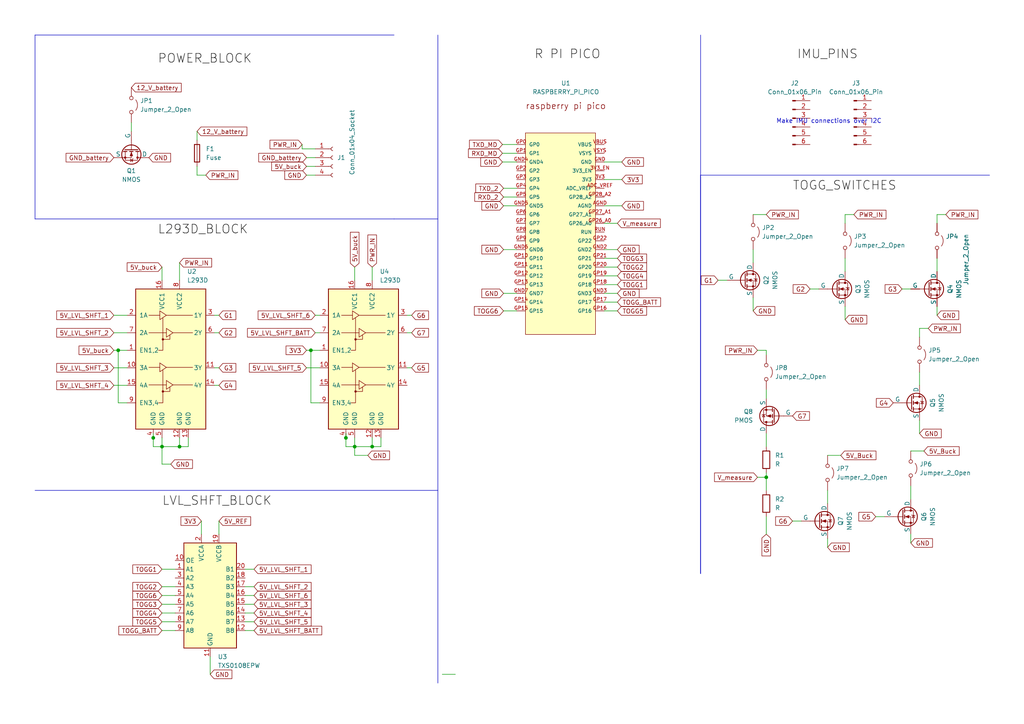
<source format=kicad_sch>
(kicad_sch (version 20231120) (generator "eeschema") (generator_version "8.0")
  (paper "A4")
  (lib_symbols
    (symbol "Connector:Conn_01x04_Socket" (pin_names (offset 1.016) hide)
      (property "Reference" "J" (at 0 5.08 0))
      (property "Value" "Conn_01x04_Socket" (at 0 -7.62 0))
      (symbol "Conn_01x04_Socket_1_1"
        (arc (start 0 -4.572) (mid -0.5058 -5.08) (end 0 -5.588) (stroke (width 0.1524)))
        (arc (start 0 -2.032) (mid -0.5058 -2.54) (end 0 -3.048) (stroke (width 0.1524)))
        (polyline (pts (xy -1.27 -5.08) (xy -0.508 -5.08)) (stroke (width 0.1524)))
        (polyline (pts (xy -1.27 -2.54) (xy -0.508 -2.54)) (stroke (width 0.1524)))
        (polyline (pts (xy -1.27 0) (xy -0.508 0)) (stroke (width 0.1524)))
        (polyline (pts (xy -1.27 2.54) (xy -0.508 2.54)) (stroke (width 0.1524)))
        (arc (start 0 0.508) (mid -0.5058 0) (end 0 -0.508) (stroke (width 0.1524)))
        (arc (start 0 3.048) (mid -0.5058 2.54) (end 0 2.032) (stroke (width 0.1524)))
        (pin passive line (at -5.08 2.54 0) (length 3.81) (name "Pin_1") (number "1"))
        (pin passive line (at -5.08 0 0) (length 3.81) (name "Pin_2") (number "2"))
        (pin passive line (at -5.08 -2.54 0) (length 3.81) (name "Pin_3") (number "3"))
        (pin passive line (at -5.08 -5.08 0) (length 3.81) (name "Pin_4") (number "4"))
      )
    )
    (symbol "Connector:Conn_01x06_Pin" (pin_names (offset 1.016) hide)
      (property "Reference" "J" (at 0 7.62 0))
      (property "Value" "Conn_01x06_Pin" (at 0 -10.16 0))
      (symbol "Conn_01x06_Pin_1_1"
        (polyline (pts (xy 1.27 -7.62) (xy 0.8636 -7.62)) (stroke (width 0.1524)))
        (polyline (pts (xy 1.27 -5.08) (xy 0.8636 -5.08)) (stroke (width 0.1524)))
        (polyline (pts (xy 1.27 -2.54) (xy 0.8636 -2.54)) (stroke (width 0.1524)))
        (polyline (pts (xy 1.27 0) (xy 0.8636 0)) (stroke (width 0.1524)))
        (polyline (pts (xy 1.27 2.54) (xy 0.8636 2.54)) (stroke (width 0.1524)))
        (polyline (pts (xy 1.27 5.08) (xy 0.8636 5.08)) (stroke (width 0.1524)))
        (rectangle (start 0.8636 -7.493) (end 0 -7.747) (stroke (width 0.1524)) (fill (type outline)))
        (rectangle (start 0.8636 -4.953) (end 0 -5.207) (stroke (width 0.1524)) (fill (type outline)))
        (rectangle (start 0.8636 -2.413) (end 0 -2.667) (stroke (width 0.1524)) (fill (type outline)))
        (rectangle (start 0.8636 0.127) (end 0 -0.127) (stroke (width 0.1524)) (fill (type outline)))
        (rectangle (start 0.8636 2.667) (end 0 2.413) (stroke (width 0.1524)) (fill (type outline)))
        (rectangle (start 0.8636 5.207) (end 0 4.953) (stroke (width 0.1524)) (fill (type outline)))
        (pin passive line (at 5.08 5.08 180) (length 3.81) (name "Pin_1") (number "1"))
        (pin passive line (at 5.08 2.54 180) (length 3.81) (name "Pin_2") (number "2"))
        (pin passive line (at 5.08 0 180) (length 3.81) (name "Pin_3") (number "3"))
        (pin passive line (at 5.08 -2.54 180) (length 3.81) (name "Pin_4") (number "4"))
        (pin passive line (at 5.08 -5.08 180) (length 3.81) (name "Pin_5") (number "5"))
        (pin passive line (at 5.08 -7.62 180) (length 3.81) (name "Pin_6") (number "6"))
      )
    )
    (symbol "Device:Fuse" (pin_numbers hide) (pin_names (offset 0))
      (property "Reference" "F" (at 2.032 0 90))
      (property "Value" "Fuse" (at -1.905 0 90))
      (symbol "Fuse_0_1"
        (rectangle (start -0.762 -2.54) (end 0.762 2.54) (stroke (width 0.254)))
        (polyline (pts (xy 0 2.54) (xy 0 -2.54)))
      )
      (symbol "Fuse_1_1"
        (pin passive line (at 0 3.81 270) (length 1.27) (name "~") (number "1"))
        (pin passive line (at 0 -3.81 90) (length 1.27) (name "~") (number "2"))
      )
    )
    (symbol "Device:R" (pin_numbers hide) (pin_names (offset 0))
      (property "Reference" "R" (at 2.032 0 90))
      (property "Value" "R" (at 0 0 90))
      (symbol "R_0_1"
        (rectangle (start -1.016 -2.54) (end 1.016 2.54) (stroke (width 0.254)))
      )
      (symbol "R_1_1"
        (pin passive line (at 0 3.81 270) (length 1.27) (name "~") (number "1"))
        (pin passive line (at 0 -3.81 90) (length 1.27) (name "~") (number "2"))
      )
    )
    (symbol "Driver_Motor:L293D" (pin_names (offset 1.016))
      (property "Reference" "U" (at -5.08 26.035 0))
      (property "Value" "L293D" (at -5.08 24.13 0))
      (symbol "L293D_0_1"
        (rectangle (start -10.16 22.86) (end 10.16 -17.78) (stroke (width 0.254)) (fill (type background)))
        (circle (center -2.286 -6.858) (radius 0.254) (fill (type outline)))
        (circle (center -2.286 8.255) (radius 0.254) (fill (type outline)))
        (polyline (pts (xy -6.35 -4.953) (xy -1.27 -4.953)))
        (polyline (pts (xy -6.35 0.127) (xy -3.175 0.127)))
        (polyline (pts (xy -6.35 10.16) (xy -1.27 10.16)))
        (polyline (pts (xy -6.35 15.24) (xy -3.175 15.24)))
        (polyline (pts (xy -1.27 0.127) (xy 6.35 0.127)))
        (polyline (pts (xy -1.27 15.24) (xy 6.35 15.24)))
        (polyline (pts (xy 0.635 -4.953) (xy 6.35 -4.953)))
        (polyline (pts (xy 0.635 10.16) (xy 6.35 10.16)))
        (polyline (pts (xy -2.286 -6.858) (xy -0.254 -6.858) (xy -0.254 -5.588)))
        (polyline (pts (xy -2.286 -0.635) (xy -2.286 -10.16) (xy -3.556 -10.16)))
        (polyline (pts (xy -2.286 8.255) (xy -0.254 8.255) (xy -0.254 9.525)))
        (polyline (pts (xy -2.286 14.478) (xy -2.286 5.08) (xy -3.556 5.08)))
        (polyline (pts (xy -3.175 1.397) (xy -3.175 -1.143) (xy -1.27 0.127) (xy -3.175 1.397)))
        (polyline (pts (xy -3.175 16.51) (xy -3.175 13.97) (xy -1.27 15.24) (xy -3.175 16.51)))
        (polyline (pts (xy -1.27 -3.683) (xy -1.27 -6.223) (xy 0.635 -4.953) (xy -1.27 -3.683)))
        (polyline (pts (xy -1.27 11.43) (xy -1.27 8.89) (xy 0.635 10.16) (xy -1.27 11.43)))
      )
      (symbol "L293D_1_1"
        (pin input line (at -12.7 5.08 0) (length 2.54) (name "EN1,2") (number "1"))
        (pin input line (at -12.7 0 0) (length 2.54) (name "3A") (number "10"))
        (pin output line (at 12.7 0 180) (length 2.54) (name "3Y") (number "11"))
        (pin power_in line (at 2.54 -20.32 90) (length 2.54) (name "GND") (number "12"))
        (pin power_in line (at 5.08 -20.32 90) (length 2.54) (name "GND") (number "13"))
        (pin output line (at 12.7 -5.08 180) (length 2.54) (name "4Y") (number "14"))
        (pin input line (at -12.7 -5.08 0) (length 2.54) (name "4A") (number "15"))
        (pin power_in line (at -2.54 25.4 270) (length 2.54) (name "VCC1") (number "16"))
        (pin input line (at -12.7 15.24 0) (length 2.54) (name "1A") (number "2"))
        (pin output line (at 12.7 15.24 180) (length 2.54) (name "1Y") (number "3"))
        (pin power_in line (at -5.08 -20.32 90) (length 2.54) (name "GND") (number "4"))
        (pin power_in line (at -2.54 -20.32 90) (length 2.54) (name "GND") (number "5"))
        (pin output line (at 12.7 10.16 180) (length 2.54) (name "2Y") (number "6"))
        (pin input line (at -12.7 10.16 0) (length 2.54) (name "2A") (number "7"))
        (pin power_in line (at 2.54 25.4 270) (length 2.54) (name "VCC2") (number "8"))
        (pin input line (at -12.7 -10.16 0) (length 2.54) (name "EN3,4") (number "9"))
      )
    )
    (symbol "Jumper:Jumper_2_Open" (pin_numbers hide) (pin_names (offset 0) hide) (exclude_from_sim yes)
      (property "Reference" "JP" (at 0 2.794 0))
      (property "Value" "Jumper_2_Open" (at 0 -2.286 0))
      (symbol "Jumper_2_Open_0_0"
        (circle (center -2.032 0) (radius 0.508))
        (circle (center 2.032 0) (radius 0.508))
      )
      (symbol "Jumper_2_Open_0_1"
        (arc (start 1.524 1.27) (mid 0 1.778) (end -1.524 1.27))
      )
      (symbol "Jumper_2_Open_1_1"
        (pin passive line (at -5.08 0 0) (length 2.54) (name "A") (number "1"))
        (pin passive line (at 5.08 0 180) (length 2.54) (name "B") (number "2"))
      )
    )
    (symbol "Logic_LevelTranslator:TXS0108EPW"
      (property "Reference" "U" (at -6.35 16.51 0))
      (property "Value" "TXS0108EPW" (at 3.81 16.51 0))
      (symbol "TXS0108EPW_0_1"
        (rectangle (start -7.62 15.24) (end 7.62 -15.24) (stroke (width 0.254)) (fill (type background)))
      )
      (symbol "TXS0108EPW_1_1"
        (pin bidirectional line (at -10.16 7.62 0) (length 2.54) (name "A1") (number "1"))
        (pin input line (at -10.16 10.16 0) (length 2.54) (name "OE") (number "10"))
        (pin power_in line (at 0 -17.78 90) (length 2.54) (name "GND") (number "11"))
        (pin bidirectional line (at 10.16 -10.16 180) (length 2.54) (name "B8") (number "12"))
        (pin bidirectional line (at 10.16 -7.62 180) (length 2.54) (name "B7") (number "13"))
        (pin bidirectional line (at 10.16 -5.08 180) (length 2.54) (name "B6") (number "14"))
        (pin bidirectional line (at 10.16 -2.54 180) (length 2.54) (name "B5") (number "15"))
        (pin bidirectional line (at 10.16 0 180) (length 2.54) (name "B4") (number "16"))
        (pin bidirectional line (at 10.16 2.54 180) (length 2.54) (name "B3") (number "17"))
        (pin bidirectional line (at 10.16 5.08 180) (length 2.54) (name "B2") (number "18"))
        (pin power_in line (at 2.54 17.78 270) (length 2.54) (name "VCCB") (number "19"))
        (pin power_in line (at -2.54 17.78 270) (length 2.54) (name "VCCA") (number "2"))
        (pin bidirectional line (at 10.16 7.62 180) (length 2.54) (name "B1") (number "20"))
        (pin bidirectional line (at -10.16 5.08 0) (length 2.54) (name "A2") (number "3"))
        (pin bidirectional line (at -10.16 2.54 0) (length 2.54) (name "A3") (number "4"))
        (pin bidirectional line (at -10.16 0 0) (length 2.54) (name "A4") (number "5"))
        (pin bidirectional line (at -10.16 -2.54 0) (length 2.54) (name "A5") (number "6"))
        (pin bidirectional line (at -10.16 -5.08 0) (length 2.54) (name "A6") (number "7"))
        (pin bidirectional line (at -10.16 -7.62 0) (length 2.54) (name "A7") (number "8"))
        (pin bidirectional line (at -10.16 -10.16 0) (length 2.54) (name "A8") (number "9"))
      )
    )
    (symbol "RASPBERRY_PI_PICO:RASPBERRY_PI_PICO" (pin_names (offset 1.016))
      (property "Reference" "U" (at 0 0 0))
      (property "Value" "RASPBERRY_PI_PICO" (at 0 0 0))
      (symbol "RASPBERRY_PI_PICO_0_0"
        (rectangle (start -7.62 -34.7604) (end 12.7 23.6596) (stroke (width 0.1524)) (fill (type background)))
        (text "raspberry pi pico" (at -7.62 30.48 0) (effects (font (size 1.778 1.778)) (justify left bottom)))
        (pin bidirectional line (at 15.24 10.16 180) (length 2.54) (name "3V3") (number "3V3"))
        (pin bidirectional line (at 15.24 12.7 180) (length 2.54) (name "3V3_EN") (number "3V3_EN"))
        (pin bidirectional line (at 15.24 7.62 180) (length 2.54) (name "ADC_VREF") (number "ADC_VREF"))
        (pin bidirectional line (at 15.24 2.54 180) (length 2.54) (name "AGND") (number "AGND"))
        (pin bidirectional line (at 15.24 15.24 180) (length 2.54) (name "GND") (number "GND"))
        (pin bidirectional line (at 15.24 -10.16 180) (length 2.54) (name "GND2") (number "GND2"))
        (pin bidirectional line (at 15.24 -22.86 180) (length 2.54) (name "GND3") (number "GND3"))
        (pin bidirectional line (at -10.16 15.24 0) (length 2.54) (name "GND4") (number "GND4"))
        (pin bidirectional line (at -10.16 2.54 0) (length 2.54) (name "GND5") (number "GND5"))
        (pin bidirectional line (at -10.16 -10.16 0) (length 2.54) (name "GND6") (number "GND6"))
        (pin bidirectional line (at -10.16 -22.86 0) (length 2.54) (name "GND7") (number "GND7"))
        (pin bidirectional line (at -10.16 20.32 0) (length 2.54) (name "GP0") (number "GP0"))
        (pin bidirectional line (at -10.16 17.78 0) (length 2.54) (name "GP1") (number "GP1"))
        (pin bidirectional line (at -10.16 -12.7 0) (length 2.54) (name "GP10") (number "GP10"))
        (pin bidirectional line (at -10.16 -15.24 0) (length 2.54) (name "GP11") (number "GP11"))
        (pin bidirectional line (at -10.16 -17.78 0) (length 2.54) (name "GP12") (number "GP12"))
        (pin bidirectional line (at -10.16 -20.32 0) (length 2.54) (name "GP13") (number "GP13"))
        (pin bidirectional line (at -10.16 -25.4 0) (length 2.54) (name "GP14") (number "GP14"))
        (pin bidirectional line (at -10.16 -27.94 0) (length 2.54) (name "GP15") (number "GP15"))
        (pin bidirectional line (at 15.24 -27.94 180) (length 2.54) (name "GP16") (number "GP16"))
        (pin bidirectional line (at 15.24 -25.4 180) (length 2.54) (name "GP17") (number "GP17"))
        (pin bidirectional line (at 15.24 -20.32 180) (length 2.54) (name "GP18") (number "GP18"))
        (pin bidirectional line (at 15.24 -17.78 180) (length 2.54) (name "GP19") (number "GP19"))
        (pin bidirectional line (at -10.16 12.7 0) (length 2.54) (name "GP2") (number "GP2"))
        (pin bidirectional line (at 15.24 -15.24 180) (length 2.54) (name "GP20") (number "GP20"))
        (pin bidirectional line (at 15.24 -12.7 180) (length 2.54) (name "GP21") (number "GP21"))
        (pin bidirectional line (at 15.24 -7.62 180) (length 2.54) (name "GP22") (number "GP22"))
        (pin bidirectional line (at 15.24 -2.54 180) (length 2.54) (name "GP26_A0") (number "GP26_A0"))
        (pin bidirectional line (at 15.24 0 180) (length 2.54) (name "GP27_A1") (number "GP27_A1"))
        (pin bidirectional line (at 15.24 5.08 180) (length 2.54) (name "GP28_A2") (number "GP28_A2"))
        (pin bidirectional line (at -10.16 10.16 0) (length 2.54) (name "GP3") (number "GP3"))
        (pin bidirectional line (at -10.16 7.62 0) (length 2.54) (name "GP4") (number "GP4"))
        (pin bidirectional line (at -10.16 5.08 0) (length 2.54) (name "GP5") (number "GP5"))
        (pin bidirectional line (at -10.16 0 0) (length 2.54) (name "GP6") (number "GP6"))
        (pin bidirectional line (at -10.16 -2.54 0) (length 2.54) (name "GP7") (number "GP7"))
        (pin bidirectional line (at -10.16 -5.08 0) (length 2.54) (name "GP8") (number "GP8"))
        (pin bidirectional line (at -10.16 -7.62 0) (length 2.54) (name "GP9") (number "GP9"))
        (pin bidirectional line (at 15.24 -5.08 180) (length 2.54) (name "RUN") (number "RUN"))
        (pin bidirectional line (at 15.24 20.32 180) (length 2.54) (name "VBUS") (number "VBUS"))
        (pin bidirectional line (at 15.24 17.78 180) (length 2.54) (name "VSYS") (number "VSYS"))
      )
    )
    (symbol "Simulation_SPICE:NMOS" (pin_numbers hide) (pin_names (offset 0))
      (property "Reference" "Q" (at 5.08 1.27 0))
      (property "Value" "NMOS" (at 5.08 -1.27 0))
      (symbol "NMOS_0_1"
        (polyline (pts (xy 0.254 0) (xy -2.54 0)))
        (polyline (pts (xy 0.254 1.905) (xy 0.254 -1.905)) (stroke (width 0.254)))
        (polyline (pts (xy 0.762 -1.27) (xy 0.762 -2.286)) (stroke (width 0.254)))
        (polyline (pts (xy 0.762 0.508) (xy 0.762 -0.508)) (stroke (width 0.254)))
        (polyline (pts (xy 0.762 2.286) (xy 0.762 1.27)) (stroke (width 0.254)))
        (polyline (pts (xy 2.54 2.54) (xy 2.54 1.778)))
        (polyline (pts (xy 2.54 -2.54) (xy 2.54 0) (xy 0.762 0)))
        (polyline (pts (xy 0.762 -1.778) (xy 3.302 -1.778) (xy 3.302 1.778) (xy 0.762 1.778)))
        (polyline (pts (xy 1.016 0) (xy 2.032 0.381) (xy 2.032 -0.381) (xy 1.016 0)) (fill (type outline)))
        (polyline (pts (xy 2.794 0.508) (xy 2.921 0.381) (xy 3.683 0.381) (xy 3.81 0.254)))
        (polyline (pts (xy 3.302 0.381) (xy 2.921 -0.254) (xy 3.683 -0.254) (xy 3.302 0.381)))
        (circle (center 1.651 0) (radius 2.794) (stroke (width 0.254)))
        (circle (center 2.54 -1.778) (radius 0.254) (fill (type outline)))
        (circle (center 2.54 1.778) (radius 0.254) (fill (type outline)))
      )
      (symbol "NMOS_1_1"
        (pin passive line (at 2.54 5.08 270) (length 2.54) (name "D") (number "1"))
        (pin input line (at -5.08 0 0) (length 2.54) (name "G") (number "2"))
        (pin passive line (at 2.54 -5.08 90) (length 2.54) (name "S") (number "3"))
      )
    )
    (symbol "Simulation_SPICE:PMOS" (pin_numbers hide) (pin_names (offset 0))
      (property "Reference" "Q" (at 5.08 1.27 0))
      (property "Value" "PMOS" (at 5.08 -1.27 0))
      (symbol "PMOS_0_1"
        (polyline (pts (xy 0.254 0) (xy -2.54 0)))
        (polyline (pts (xy 0.254 1.905) (xy 0.254 -1.905)) (stroke (width 0.254)))
        (polyline (pts (xy 0.762 -1.27) (xy 0.762 -2.286)) (stroke (width 0.254)))
        (polyline (pts (xy 0.762 0.508) (xy 0.762 -0.508)) (stroke (width 0.254)))
        (polyline (pts (xy 0.762 2.286) (xy 0.762 1.27)) (stroke (width 0.254)))
        (polyline (pts (xy 2.54 2.54) (xy 2.54 1.778)))
        (polyline (pts (xy 2.54 -2.54) (xy 2.54 0) (xy 0.762 0)))
        (polyline (pts (xy 0.762 1.778) (xy 3.302 1.778) (xy 3.302 -1.778) (xy 0.762 -1.778)))
        (polyline (pts (xy 2.286 0) (xy 1.27 0.381) (xy 1.27 -0.381) (xy 2.286 0)) (fill (type outline)))
        (polyline (pts (xy 2.794 -0.508) (xy 2.921 -0.381) (xy 3.683 -0.381) (xy 3.81 -0.254)))
        (polyline (pts (xy 3.302 -0.381) (xy 2.921 0.254) (xy 3.683 0.254) (xy 3.302 -0.381)))
        (circle (center 1.651 0) (radius 2.794) (stroke (width 0.254)))
        (circle (center 2.54 -1.778) (radius 0.254) (fill (type outline)))
        (circle (center 2.54 1.778) (radius 0.254) (fill (type outline)))
      )
      (symbol "PMOS_1_1"
        (pin passive line (at 2.54 5.08 270) (length 2.54) (name "D") (number "1"))
        (pin input line (at -5.08 0 0) (length 2.54) (name "G") (number "2"))
        (pin passive line (at 2.54 -5.08 90) (length 2.54) (name "S") (number "3"))
      )
    )
  )
  (junction (at 102.87 129.54))
  (junction (at 46.99 129.54))
  (junction (at 100.33 127))
  (junction (at 107.95 129.54))
  (junction (at 34.29 101.6))
  (junction (at 44.45 127))
  (junction (at 52.07 129.54))
  (junction (at 90.17 101.6))
  (junction (at 222.25 138.43))
  (wire (pts (xy 219.71 101.6) (xy 222.25 101.6)))
  (wire (pts (xy 222.25 101.6) (xy 222.25 102.87)))
  (wire (pts (xy 245.11 62.23) (xy 245.11 64.77)))
  (wire (pts (xy 102.87 77.47) (xy 102.87 81.28)))
  (wire (pts (xy 62.23 96.52) (xy 63.5 96.52)))
  (wire (pts (xy 57.15 50.8) (xy 59.69 50.8)))
  (wire (pts (xy 34.29 101.6) (xy 36.83 101.6)))
  (wire (pts (xy 44.45 125.73) (xy 44.45 127)))
  (wire (pts (xy 33.02 91.44) (xy 36.83 91.44)))
  (wire (pts (xy 88.9 106.68) (xy 92.71 106.68)))
  (polyline (pts (xy 127 10.16) (xy 127 198.12)))
  (wire (pts (xy 266.7 107.95) (xy 266.7 111.76)))
  (wire (pts (xy 107.95 127) (xy 107.95 129.54)))
  (wire (pts (xy 175.26 74.93) (xy 179.07 74.93)))
  (wire (pts (xy 54.61 129.54) (xy 52.07 129.54)))
  (wire (pts (xy 102.87 132.08) (xy 102.87 129.54)))
  (wire (pts (xy 175.26 46.99) (xy 180.34 46.99)))
  (wire (pts (xy 271.78 74.93) (xy 271.78 78.74)))
  (wire (pts (xy 128.27 195.58) (xy 132.08 195.58)))
  (wire (pts (xy 62.23 91.44) (xy 63.5 91.44)))
  (wire (pts (xy 175.26 77.47) (xy 179.07 77.47)))
  (wire (pts (xy 46.99 129.54) (xy 46.99 134.62)))
  (wire (pts (xy 58.42 151.13) (xy 58.42 154.94)))
  (wire (pts (xy 36.83 116.84) (xy 34.29 116.84)))
  (wire (pts (xy 92.71 116.84) (xy 90.17 116.84)))
  (wire (pts (xy 266.7 95.25) (xy 269.24 95.25)))
  (polyline (pts (xy 203.2 50.8) (xy 203.2 166.37)))
  (wire (pts (xy 146.05 57.15) (xy 149.86 57.15)))
  (wire (pts (xy 240.03 132.08) (xy 243.84 132.08)))
  (wire (pts (xy 145.7325 44.45) (xy 149.86 44.45)))
  (wire (pts (xy 52.07 127) (xy 52.07 129.54)))
  (wire (pts (xy 264.16 140.97) (xy 264.16 144.78)))
  (wire (pts (xy 271.78 88.9) (xy 271.78 91.44)))
  (polyline (pts (xy 10.16 63.5) (xy 10.16 10.16)))
  (wire (pts (xy 63.5 151.13) (xy 63.5 154.94)))
  (wire (pts (xy 52.07 76.2) (xy 52.07 81.28)))
  (wire (pts (xy 88.9 101.6) (xy 90.17 101.6)))
  (wire (pts (xy 46.99 175.26) (xy 50.8 175.26)))
  (wire (pts (xy 100.33 129.54) (xy 102.87 129.54)))
  (wire (pts (xy 222.25 113.03) (xy 222.25 115.57)))
  (wire (pts (xy 62.23 111.76) (xy 63.5 111.76)))
  (wire (pts (xy 218.44 62.23) (xy 222.25 62.23)))
  (wire (pts (xy 50.8 177.8) (xy 46.99 177.8)))
  (wire (pts (xy 175.26 85.09) (xy 179.07 85.09)))
  (wire (pts (xy 87.63 41.91) (xy 87.63 43.18)))
  (wire (pts (xy 57.15 38.1) (xy 57.15 40.64)))
  (wire (pts (xy 100.33 127) (xy 100.33 129.54)))
  (wire (pts (xy 46.99 77.47) (xy 46.99 81.28)))
  (wire (pts (xy 91.44 48.26) (xy 88.9 48.26)))
  (wire (pts (xy 107.95 77.47) (xy 107.95 81.28)))
  (wire (pts (xy 62.23 106.68) (xy 63.5 106.68)))
  (wire (pts (xy 33.02 106.68) (xy 36.83 106.68)))
  (wire (pts (xy 34.29 116.84) (xy 34.29 101.6)))
  (polyline (pts (xy 203.2 10.16) (xy 203.2 166.37)))
  (wire (pts (xy 44.45 129.54) (xy 46.99 129.54)))
  (wire (pts (xy 118.11 96.52) (xy 119.38 96.52)))
  (polyline (pts (xy 10.16 10.16) (xy 114.3 10.16)))
  (wire (pts (xy 46.99 134.62) (xy 49.53 134.62)))
  (wire (pts (xy 146.05 85.09) (xy 149.86 85.09)))
  (wire (pts (xy 71.12 175.26) (xy 73.66 175.26)))
  (wire (pts (xy 218.44 86.36) (xy 218.44 90.17)))
  (wire (pts (xy 100.33 125.73) (xy 100.33 127)))
  (wire (pts (xy 90.17 101.6) (xy 92.71 101.6)))
  (wire (pts (xy 88.9 45.72) (xy 91.44 45.72)))
  (wire (pts (xy 90.17 101.6) (xy 90.17 116.84)))
  (wire (pts (xy 175.26 64.77) (xy 179.07 64.77)))
  (wire (pts (xy 222.25 138.43) (xy 222.25 142.24)))
  (wire (pts (xy 218.44 72.39) (xy 218.44 76.2)))
  (wire (pts (xy 110.49 129.54) (xy 107.95 129.54)))
  (wire (pts (xy 146.05 72.39) (xy 149.86 72.39)))
  (wire (pts (xy 91.44 96.52) (xy 92.71 96.52)))
  (wire (pts (xy 146.05 59.69) (xy 149.86 59.69)))
  (wire (pts (xy 91.44 91.44) (xy 92.71 91.44)))
  (wire (pts (xy 110.49 127) (xy 110.49 129.54)))
  (wire (pts (xy 175.26 87.63) (xy 179.07 87.63)))
  (wire (pts (xy 261.62 83.82) (xy 264.16 83.82)))
  (wire (pts (xy 71.12 180.34) (xy 73.66 180.34)))
  (wire (pts (xy 219.71 138.43) (xy 222.25 138.43)))
  (wire (pts (xy 264.16 154.94) (xy 264.16 157.48)))
  (wire (pts (xy 245.11 62.23) (xy 247.65 62.23)))
  (wire (pts (xy 118.11 91.44) (xy 119.38 91.44)))
  (wire (pts (xy 240.03 156.21) (xy 240.03 158.75)))
  (wire (pts (xy 175.26 80.01) (xy 179.07 80.01)))
  (wire (pts (xy 71.12 170.18) (xy 73.66 170.18)))
  (wire (pts (xy 71.12 165.1) (xy 73.66 165.1)))
  (wire (pts (xy 175.26 90.17) (xy 179.07 90.17)))
  (wire (pts (xy 38.1 35.56) (xy 38.1 38.1)))
  (wire (pts (xy 46.99 182.88) (xy 50.8 182.88)))
  (wire (pts (xy 234.95 83.82) (xy 237.49 83.82)))
  (wire (pts (xy 264.16 130.81) (xy 267.97 130.81)))
  (polyline (pts (xy 10.16 142.24) (xy 127 142.24)))
  (wire (pts (xy 145.7325 41.91) (xy 149.86 41.91)))
  (wire (pts (xy 71.12 177.8) (xy 73.66 177.8)))
  (wire (pts (xy 46.99 165.1) (xy 50.8 165.1)))
  (wire (pts (xy 46.99 170.18) (xy 50.8 170.18)))
  (wire (pts (xy 222.25 125.73) (xy 222.25 129.54)))
  (wire (pts (xy 33.02 101.6) (xy 34.29 101.6)))
  (wire (pts (xy 106.68 132.08) (xy 102.87 132.08)))
  (wire (pts (xy 229.87 151.13) (xy 232.41 151.13)))
  (wire (pts (xy 245.11 74.93) (xy 245.11 78.74)))
  (wire (pts (xy 57.15 48.26) (xy 57.15 50.8)))
  (wire (pts (xy 222.25 149.86) (xy 222.25 154.94)))
  (wire (pts (xy 46.99 127) (xy 46.99 129.54)))
  (wire (pts (xy 266.7 121.92) (xy 266.7 125.73)))
  (wire (pts (xy 52.07 129.54) (xy 46.99 129.54)))
  (wire (pts (xy 54.61 127) (xy 54.61 129.54)))
  (wire (pts (xy 50.8 172.72) (xy 46.99 172.72)))
  (wire (pts (xy 271.78 62.23) (xy 271.78 64.77)))
  (wire (pts (xy 60.96 190.5) (xy 60.96 195.58)))
  (wire (pts (xy 145.7325 46.99) (xy 149.86 46.99)))
  (wire (pts (xy 175.26 52.07) (xy 180.34 52.07)))
  (wire (pts (xy 254 149.86) (xy 256.54 149.86)))
  (wire (pts (xy 175.26 72.39) (xy 179.07 72.39)))
  (wire (pts (xy 208.28 81.28) (xy 210.82 81.28)))
  (wire (pts (xy 102.87 127) (xy 102.87 129.54)))
  (wire (pts (xy 245.11 88.9) (xy 245.11 92.71)))
  (wire (pts (xy 87.63 43.18) (xy 91.44 43.18)))
  (wire (pts (xy 107.95 129.54) (xy 102.87 129.54)))
  (wire (pts (xy 71.12 182.88) (xy 73.66 182.88)))
  (wire (pts (xy 71.12 172.72) (xy 73.66 172.72)))
  (wire (pts (xy 33.02 111.76) (xy 36.83 111.76)))
  (wire (pts (xy 33.02 96.52) (xy 36.83 96.52)))
  (polyline (pts (xy 114.3 63.5) (xy 127 63.5)))
  (wire (pts (xy 271.78 62.23) (xy 274.32 62.23)))
  (wire (pts (xy 240.03 142.24) (xy 240.03 146.05)))
  (wire (pts (xy 44.45 127) (xy 44.45 129.54)))
  (wire (pts (xy 46.99 180.34) (xy 50.8 180.34)))
  (wire (pts (xy 118.11 106.68) (xy 119.38 106.68)))
  (polyline (pts (xy 203.2 50.8) (xy 287.02 50.8)))
  (wire (pts (xy 146.05 90.17) (xy 149.86 90.17)))
  (wire (pts (xy 91.44 50.8) (xy 88.9 50.8)))
  (polyline (pts (xy 114.3 63.5) (xy 10.16 63.5)))
  (wire (pts (xy 266.7 95.25) (xy 266.7 97.79)))
  (wire (pts (xy 146.05 54.61) (xy 149.86 54.61)))
  (wire (pts (xy 175.26 59.69) (xy 180.34 59.69)))
  (wire (pts (xy 175.26 82.55) (xy 179.07 82.55)))
  (wire (pts (xy 222.25 137.16) (xy 222.25 138.43)))
  (text "Make IMU connections over I2C" (at 240.4305 35.2314 0) (effects (font (size 1.27 1.27))))
  (label "R PI PICO" (at 154.94 17.78 0) (effects (font (size 2.54 2.54))))
  (label "LVL_SHFT_BLOCK" (at 46.99 147.32 0) (effects (font (size 2.54 2.54))))
  (label "L293D_BLOCK" (at 45.72 68.58 0) (effects (font (size 2.54 2.54))))
  (label "IMU_PINS" (at 231.14 17.78 0) (effects (font (size 2.54 2.54))))
  (label "TOGG_SWITCHES" (at 229.87 55.88 0) (effects (font (size 2.54 2.54))))
  (label "POWER_BLOCK" (at 45.72 19.05 0) (effects (font (size 2.54 2.54))))
  (global_label "G7" (shape input) (at 229.87 120.65 0) (property "Intersheetrefs" "${INTERSHEET_REFS}" (effects (hide yes))))
  (global_label "V_measure" (shape input) (at 219.71 138.43 180) (property "Intersheetrefs" "${INTERSHEET_REFS}" (effects (hide yes))))
  (global_label "G6" (shape input) (at 229.87 151.13 180) (property "Intersheetrefs" "${INTERSHEET_REFS}" (effects (hide yes))))
  (global_label "5V_buck" (shape input) (at 46.99 77.47 180) (property "Intersheetrefs" "${INTERSHEET_REFS}" (effects (hide yes))))
  (global_label "5V_LVL_SHFT_3" (shape input) (at 33.02 106.68 180) (property "Intersheetrefs" "${INTERSHEET_REFS}" (effects (hide yes))))
  (global_label "5V_LVL_SHFT_1" (shape input) (at 33.02 91.44 180) (property "Intersheetrefs" "${INTERSHEET_REFS}" (effects (hide yes))))
  (global_label "TOGG3" (shape input) (at 179.07 74.93 0) (property "Intersheetrefs" "${INTERSHEET_REFS}" (effects (hide yes))))
  (global_label "TXD_MD" (shape input) (at 145.7325 41.91 180) (property "Intersheetrefs" "${INTERSHEET_REFS}" (effects (hide yes))))
  (global_label "GND" (shape input) (at 218.44 90.17 0) (property "Intersheetrefs" "${INTERSHEET_REFS}" (effects (hide yes))))
  (global_label "GND" (shape input) (at 49.53 134.62 0) (property "Intersheetrefs" "${INTERSHEET_REFS}" (effects (hide yes))))
  (global_label "5V_buck" (shape input) (at 88.9 48.26 180) (property "Intersheetrefs" "${INTERSHEET_REFS}" (effects (hide yes))))
  (global_label "TOGG_BATT" (shape input) (at 46.99 182.88 180) (property "Intersheetrefs" "${INTERSHEET_REFS}" (effects (hide yes))))
  (global_label "TOGG4" (shape input) (at 179.07 80.01 0) (property "Intersheetrefs" "${INTERSHEET_REFS}" (effects (hide yes))))
  (global_label "TXD_2" (shape input) (at 146.05 54.61 180) (property "Intersheetrefs" "${INTERSHEET_REFS}" (effects (hide yes))))
  (global_label "5V_LVL_SHFT_3" (shape input) (at 73.66 175.26 0) (property "Intersheetrefs" "${INTERSHEET_REFS}" (effects (hide yes))))
  (global_label "GND" (shape input) (at 88.9 50.8 180) (property "Intersheetrefs" "${INTERSHEET_REFS}" (effects (hide yes))))
  (global_label "GND" (shape input) (at 146.05 85.09 180) (property "Intersheetrefs" "${INTERSHEET_REFS}" (effects (hide yes))))
  (global_label "GND_battery" (shape input) (at 88.9 45.72 180) (property "Intersheetrefs" "${INTERSHEET_REFS}" (effects (hide yes))))
  (global_label "5V_LVL_SHFT_5" (shape input) (at 88.9 106.68 180) (property "Intersheetrefs" "${INTERSHEET_REFS}" (effects (hide yes))))
  (global_label "GND" (shape input) (at 179.07 72.39 0) (property "Intersheetrefs" "${INTERSHEET_REFS}" (effects (hide yes))))
  (global_label "TOGG1" (shape input) (at 179.07 82.55 0) (property "Intersheetrefs" "${INTERSHEET_REFS}" (effects (hide yes))))
  (global_label "PWR_IN" (shape input) (at 247.65 62.23 0) (property "Intersheetrefs" "${INTERSHEET_REFS}" (effects (hide yes))))
  (global_label "5V_LVL_SHFT_5" (shape input) (at 73.66 180.34 0) (property "Intersheetrefs" "${INTERSHEET_REFS}" (effects (hide yes))))
  (global_label "TOGG6" (shape input) (at 46.99 172.72 180) (property "Intersheetrefs" "${INTERSHEET_REFS}" (effects (hide yes))))
  (global_label "V_measure" (shape input) (at 179.07 64.77 0) (property "Intersheetrefs" "${INTERSHEET_REFS}" (effects (hide yes))))
  (global_label "GND" (shape input) (at 240.03 158.75 0) (property "Intersheetrefs" "${INTERSHEET_REFS}" (effects (hide yes))))
  (global_label "G3" (shape input) (at 63.5 106.68 0) (property "Intersheetrefs" "${INTERSHEET_REFS}" (effects (hide yes))))
  (global_label "G5" (shape input) (at 254 149.86 180) (property "Intersheetrefs" "${INTERSHEET_REFS}" (effects (hide yes))))
  (global_label "GND" (shape input) (at 145.7325 46.99 180) (property "Intersheetrefs" "${INTERSHEET_REFS}" (effects (hide yes))))
  (global_label "TOGG2" (shape input) (at 46.99 170.18 180) (property "Intersheetrefs" "${INTERSHEET_REFS}" (effects (hide yes))))
  (global_label "PWR_IN" (shape input) (at 219.71 101.6 180) (property "Intersheetrefs" "${INTERSHEET_REFS}" (effects (hide yes))))
  (global_label "RXD_MD" (shape input) (at 145.7325 44.45 180) (property "Intersheetrefs" "${INTERSHEET_REFS}" (effects (hide yes))))
  (global_label "GND" (shape input) (at 180.34 46.99 0) (property "Intersheetrefs" "${INTERSHEET_REFS}" (effects (hide yes))))
  (global_label "5V_LVL_SHFT_6" (shape input) (at 73.66 172.72 0) (property "Intersheetrefs" "${INTERSHEET_REFS}" (effects (hide yes))))
  (global_label "5V_LVL_SHFT_1" (shape input) (at 73.66 165.1 0) (property "Intersheetrefs" "${INTERSHEET_REFS}" (effects (hide yes))))
  (global_label "5V_LVL_SHFT_2" (shape input) (at 73.66 170.18 0) (property "Intersheetrefs" "${INTERSHEET_REFS}" (effects (hide yes))))
  (global_label "G6" (shape input) (at 119.38 91.44 0) (property "Intersheetrefs" "${INTERSHEET_REFS}" (effects (hide yes))))
  (global_label "PWR_IN" (shape input) (at 107.95 77.47 90) (property "Intersheetrefs" "${INTERSHEET_REFS}" (effects (hide yes))))
  (global_label "G2" (shape input) (at 234.95 83.82 180) (property "Intersheetrefs" "${INTERSHEET_REFS}" (effects (hide yes))))
  (global_label "TOGG5" (shape input) (at 179.07 90.17 0) (property "Intersheetrefs" "${INTERSHEET_REFS}" (effects (hide yes))))
  (global_label "G3" (shape input) (at 261.62 83.82 180) (property "Intersheetrefs" "${INTERSHEET_REFS}" (effects (hide yes))))
  (global_label "TOGG_BATT" (shape input) (at 179.07 87.63 0) (property "Intersheetrefs" "${INTERSHEET_REFS}" (effects (hide yes))))
  (global_label "G5" (shape input) (at 119.38 106.68 0) (property "Intersheetrefs" "${INTERSHEET_REFS}" (effects (hide yes))))
  (global_label "3V3" (shape input) (at 58.42 151.13 180) (property "Intersheetrefs" "${INTERSHEET_REFS}" (effects (hide yes))))
  (global_label "5V_Buck" (shape input) (at 243.84 132.08 0) (property "Intersheetrefs" "${INTERSHEET_REFS}" (effects (hide yes))))
  (global_label "RXD_2" (shape input) (at 146.05 57.15 180) (property "Intersheetrefs" "${INTERSHEET_REFS}" (effects (hide yes))))
  (global_label "TOGG2" (shape input) (at 179.07 77.47 0) (property "Intersheetrefs" "${INTERSHEET_REFS}" (effects (hide yes))))
  (global_label "GND_battery" (shape input) (at 33.02 45.72 180) (property "Intersheetrefs" "${INTERSHEET_REFS}" (effects (hide yes))))
  (global_label "GND" (shape input) (at 271.78 91.44 0) (property "Intersheetrefs" "${INTERSHEET_REFS}" (effects (hide yes))))
  (global_label "3V3" (shape input) (at 180.34 52.07 0) (property "Intersheetrefs" "${INTERSHEET_REFS}" (effects (hide yes))))
  (global_label "G4" (shape input) (at 63.5 111.76 0) (property "Intersheetrefs" "${INTERSHEET_REFS}" (effects (hide yes))))
  (global_label "G2" (shape input) (at 63.5 96.52 0) (property "Intersheetrefs" "${INTERSHEET_REFS}" (effects (hide yes))))
  (global_label "5V_LVL_SHFT_BATT" (shape input) (at 91.44 96.52 180) (property "Intersheetrefs" "${INTERSHEET_REFS}" (effects (hide yes))))
  (global_label "5V_buck" (shape input) (at 102.87 77.47 90) (property "Intersheetrefs" "${INTERSHEET_REFS}" (effects (hide yes))))
  (global_label "GND" (shape input) (at 106.68 132.08 0) (property "Intersheetrefs" "${INTERSHEET_REFS}" (effects (hide yes))))
  (global_label "TOGG5" (shape input) (at 46.99 180.34 180) (property "Intersheetrefs" "${INTERSHEET_REFS}" (effects (hide yes))))
  (global_label "PWR_IN" (shape input) (at 222.25 62.23 0) (property "Intersheetrefs" "${INTERSHEET_REFS}" (effects (hide yes))))
  (global_label "TOGG3" (shape input) (at 46.99 175.26 180) (property "Intersheetrefs" "${INTERSHEET_REFS}" (effects (hide yes))))
  (global_label "G1" (shape input) (at 208.28 81.28 180) (property "Intersheetrefs" "${INTERSHEET_REFS}" (effects (hide yes))))
  (global_label "5V_LVL_SHFT_BATT" (shape input) (at 73.66 182.88 0) (property "Intersheetrefs" "${INTERSHEET_REFS}" (effects (hide yes))))
  (global_label "GND" (shape input) (at 43.18 45.72 0) (property "Intersheetrefs" "${INTERSHEET_REFS}" (effects (hide yes))))
  (global_label "PWR_IN" (shape input) (at 269.24 95.25 0) (property "Intersheetrefs" "${INTERSHEET_REFS}" (effects (hide yes))))
  (global_label "5V_LVL_SHFT_4" (shape input) (at 33.02 111.76 180) (property "Intersheetrefs" "${INTERSHEET_REFS}" (effects (hide yes))))
  (global_label "GND" (shape input) (at 146.05 72.39 180) (property "Intersheetrefs" "${INTERSHEET_REFS}" (effects (hide yes))))
  (global_label "GND" (shape input) (at 222.25 154.94 270) (property "Intersheetrefs" "${INTERSHEET_REFS}" (effects (hide yes))))
  (global_label "GND" (shape input) (at 146.05 59.69 180) (property "Intersheetrefs" "${INTERSHEET_REFS}" (effects (hide yes))))
  (global_label "PWR_IN" (shape input) (at 59.69 50.8 0) (property "Intersheetrefs" "${INTERSHEET_REFS}" (effects (hide yes))))
  (global_label "GND" (shape input) (at 266.7 125.73 0) (property "Intersheetrefs" "${INTERSHEET_REFS}" (effects (hide yes))))
  (global_label "TOGG4" (shape input) (at 46.99 177.8 180) (property "Intersheetrefs" "${INTERSHEET_REFS}" (effects (hide yes))))
  (global_label "GND" (shape input) (at 180.34 59.69 0) (property "Intersheetrefs" "${INTERSHEET_REFS}" (effects (hide yes))))
  (global_label "G7" (shape input) (at 119.38 96.52 0) (property "Intersheetrefs" "${INTERSHEET_REFS}" (effects (hide yes))))
  (global_label "GND" (shape input) (at 264.16 157.48 0) (property "Intersheetrefs" "${INTERSHEET_REFS}" (effects (hide yes))))
  (global_label "GND" (shape input) (at 245.11 92.71 0) (property "Intersheetrefs" "${INTERSHEET_REFS}" (effects (hide yes))))
  (global_label "5V_Buck" (shape input) (at 267.97 130.81 0) (property "Intersheetrefs" "${INTERSHEET_REFS}" (effects (hide yes))))
  (global_label "12_V_battery" (shape input) (at 57.15 38.1 0) (property "Intersheetrefs" "${INTERSHEET_REFS}" (effects (hide yes))))
  (global_label "5V_LVL_SHFT_2" (shape input) (at 33.02 96.52 180) (property "Intersheetrefs" "${INTERSHEET_REFS}" (effects (hide yes))))
  (global_label "3V3" (shape input) (at 88.9 101.6 180) (property "Intersheetrefs" "${INTERSHEET_REFS}" (effects (hide yes))))
  (global_label "PWR_IN" (shape input) (at 87.63 41.91 180) (property "Intersheetrefs" "${INTERSHEET_REFS}" (effects (hide yes))))
  (global_label "TOGG1" (shape input) (at 46.99 165.1 180) (property "Intersheetrefs" "${INTERSHEET_REFS}" (effects (hide yes))))
  (global_label "PWR_IN" (shape input) (at 52.07 76.2 0) (property "Intersheetrefs" "${INTERSHEET_REFS}" (effects (hide yes))))
  (global_label "5V_LVL_SHFT_6" (shape input) (at 91.44 91.44 180) (property "Intersheetrefs" "${INTERSHEET_REFS}" (effects (hide yes))))
  (global_label "G4" (shape input) (at 259.08 116.84 180) (property "Intersheetrefs" "${INTERSHEET_REFS}" (effects (hide yes))))
  (global_label "TOGG6" (shape input) (at 146.05 90.17 180) (property "Intersheetrefs" "${INTERSHEET_REFS}" (effects (hide yes))))
  (global_label "5V_REF" (shape input) (at 63.5 151.13 0) (property "Intersheetrefs" "${INTERSHEET_REFS}" (effects (hide yes))))
  (global_label "GND" (shape input) (at 60.96 195.58 0) (property "Intersheetrefs" "${INTERSHEET_REFS}" (effects (hide yes))))
  (global_label "5V_buck" (shape input) (at 33.02 101.6 180) (property "Intersheetrefs" "${INTERSHEET_REFS}" (effects (hide yes))))
  (global_label "GND" (shape input) (at 179.07 85.09 0) (property "Intersheetrefs" "${INTERSHEET_REFS}" (effects (hide yes))))
  (global_label "12_V_battery" (shape input) (at 38.1 25.4 0) (property "Intersheetrefs" "${INTERSHEET_REFS}" (effects (hide yes))))
  (global_label "PWR_IN" (shape input) (at 274.32 62.23 0) (property "Intersheetrefs" "${INTERSHEET_REFS}" (effects (hide yes))))
  (global_label "G1" (shape input) (at 63.5 91.44 0) (property "Intersheetrefs" "${INTERSHEET_REFS}" (effects (hide yes))))
  (global_label "5V_LVL_SHFT_4" (shape input) (at 73.66 177.8 0) (property "Intersheetrefs" "${INTERSHEET_REFS}" (effects (hide yes))))
  (symbol (lib_id "Jumper:Jumper_2_Open") (at 218.44 67.31 270) (unit 1) (exclude_from_sim yes)
    (property "Reference" "JP2" (at 220.98 66.0399 90) (effects (justify left)))
    (property "Value" "Jumper_2_Open" (at 220.98 68.5799 90) (effects (justify left)))
    (property "Description" "Jumper, 2-pole, open" (effects (hide yes)))
  )
  (symbol (lib_id "Simulation_SPICE:NMOS") (at 264.16 116.84 0) (unit 1)
    (property "Reference" "Q5" (at 270.51 116.84 90))
    (property "Value" "NMOS" (at 273.05 116.84 90))
    (property "Datasheet" "https://ngspice.sourceforge.io/docs/ngspice-html-manual/manual.xhtml#cha_MOSFETs" (effects (hide yes)))
    (property "Description" "N-MOSFET transistor, drain/source/gate" (effects (hide yes)))
    (property "Sim.Device" "NMOS" (effects (hide yes)))
    (property "Sim.Type" "VDMOS" (effects (hide yes)))
    (property "Sim.Pins" "1=D 2=G 3=S" (effects (hide yes)))
  )
  (symbol (lib_id "Device:R") (at 222.25 133.35 0) (unit 1)
    (property "Reference" "R1" (at 224.79 132.0799 0) (effects (justify left)))
    (property "Value" "R" (at 224.79 134.6199 0) (effects (justify left)))
    (property "Description" "Resistor" (effects (hide yes)))
  )
  (symbol (lib_id "Jumper:Jumper_2_Open") (at 240.03 137.16 270) (unit 1) (exclude_from_sim yes)
    (property "Reference" "JP7" (at 242.57 135.8899 90) (effects (justify left)))
    (property "Value" "Jumper_2_Open" (at 242.57 138.4299 90) (effects (justify left)))
    (property "Description" "Jumper, 2-pole, open" (effects (hide yes)))
  )
  (symbol (lib_id "Simulation_SPICE:PMOS") (at 224.79 120.65 180) (unit 1)
    (property "Reference" "Q8" (at 218.44 119.3799 0) (effects (justify left)))
    (property "Value" "PMOS" (at 218.44 121.9199 0) (effects (justify left)))
    (property "Datasheet" "https://ngspice.sourceforge.io/docs/ngspice-html-manual/manual.xhtml#cha_MOSFETs" (effects (hide yes)))
    (property "Description" "P-MOSFET transistor, drain/source/gate" (effects (hide yes)))
    (property "Sim.Device" "PMOS" (effects (hide yes)))
    (property "Sim.Type" "VDMOS" (effects (hide yes)))
    (property "Sim.Pins" "1=D 2=G 3=S" (effects (hide yes)))
  )
  (symbol (lib_id "Simulation_SPICE:NMOS") (at 269.24 83.82 0) (unit 1)
    (property "Reference" "Q4" (at 275.59 83.82 90))
    (property "Value" "NMOS" (at 278.13 83.82 90))
    (property "Datasheet" "https://ngspice.sourceforge.io/docs/ngspice-html-manual/manual.xhtml#cha_MOSFETs" (effects (hide yes)))
    (property "Description" "N-MOSFET transistor, drain/source/gate" (effects (hide yes)))
    (property "Sim.Device" "NMOS" (effects (hide yes)))
    (property "Sim.Type" "VDMOS" (effects (hide yes)))
    (property "Sim.Pins" "1=D 2=G 3=S" (effects (hide yes)))
  )
  (symbol (lib_id "Simulation_SPICE:NMOS") (at 237.49 151.13 0) (unit 1)
    (property "Reference" "Q7" (at 243.84 151.13 90))
    (property "Value" "NMOS" (at 246.38 151.13 90))
    (property "Datasheet" "https://ngspice.sourceforge.io/docs/ngspice-html-manual/manual.xhtml#cha_MOSFETs" (effects (hide yes)))
    (property "Description" "N-MOSFET transistor, drain/source/gate" (effects (hide yes)))
    (property "Sim.Device" "NMOS" (effects (hide yes)))
    (property "Sim.Type" "VDMOS" (effects (hide yes)))
    (property "Sim.Pins" "1=D 2=G 3=S" (effects (hide yes)))
  )
  (symbol (lib_id "Jumper:Jumper_2_Open") (at 266.7 102.87 270) (unit 1) (exclude_from_sim yes)
    (property "Reference" "JP5" (at 269.24 101.5999 90) (effects (justify left)))
    (property "Value" "Jumper_2_Open" (at 269.24 104.1399 90) (effects (justify left)))
    (property "Description" "Jumper, 2-pole, open" (effects (hide yes)))
  )
  (symbol (lib_id "Simulation_SPICE:NMOS") (at 215.9 81.28 0) (unit 1)
    (property "Reference" "Q2" (at 222.25 81.28 90))
    (property "Value" "NMOS" (at 224.79 81.28 90))
    (property "Datasheet" "https://ngspice.sourceforge.io/docs/ngspice-html-manual/manual.xhtml#cha_MOSFETs" (effects (hide yes)))
    (property "Description" "N-MOSFET transistor, drain/source/gate" (effects (hide yes)))
    (property "Sim.Device" "NMOS" (effects (hide yes)))
    (property "Sim.Type" "VDMOS" (effects (hide yes)))
    (property "Sim.Pins" "1=D 2=G 3=S" (effects (hide yes)))
  )
  (symbol (lib_id "Driver_Motor:L293D") (at 105.41 106.68 0) (unit 1)
    (property "Reference" "U4" (at 110.1441 78.74 0) (effects (justify left)))
    (property "Value" "L293D" (at 110.1441 81.28 0) (effects (justify left)))
    (property "Footprint" "Package_DIP:DIP-16_W7.62mm" (effects (hide yes)))
    (property "Datasheet" "http://www.ti.com/lit/ds/symlink/l293.pdf" (effects (hide yes)))
    (property "Description" "Quadruple Half-H Drivers" (effects (hide yes)))
  )
  (symbol (lib_id "Jumper:Jumper_2_Open") (at 271.78 69.85 270) (unit 1) (exclude_from_sim yes)
    (property "Reference" "JP4" (at 274.32 68.5799 90) (effects (justify left)))
    (property "Value" "Jumper_2_Open" (at 280.162 67.818 0) (effects (justify left)))
    (property "Description" "Jumper, 2-pole, open" (effects (hide yes)))
  )
  (symbol (lib_id "Simulation_SPICE:NMOS") (at 261.62 149.86 0) (unit 1)
    (property "Reference" "Q6" (at 267.97 149.86 90))
    (property "Value" "NMOS" (at 270.51 149.86 90))
    (property "Datasheet" "https://ngspice.sourceforge.io/docs/ngspice-html-manual/manual.xhtml#cha_MOSFETs" (effects (hide yes)))
    (property "Description" "N-MOSFET transistor, drain/source/gate" (effects (hide yes)))
    (property "Sim.Device" "NMOS" (effects (hide yes)))
    (property "Sim.Type" "VDMOS" (effects (hide yes)))
    (property "Sim.Pins" "1=D 2=G 3=S" (effects (hide yes)))
  )
  (symbol (lib_id "Simulation_SPICE:NMOS") (at 242.57 83.82 0) (unit 1)
    (property "Reference" "Q3" (at 248.92 83.82 90))
    (property "Value" "NMOS" (at 251.46 83.82 90))
    (property "Datasheet" "https://ngspice.sourceforge.io/docs/ngspice-html-manual/manual.xhtml#cha_MOSFETs" (effects (hide yes)))
    (property "Description" "N-MOSFET transistor, drain/source/gate" (effects (hide yes)))
    (property "Sim.Device" "NMOS" (effects (hide yes)))
    (property "Sim.Type" "VDMOS" (effects (hide yes)))
    (property "Sim.Pins" "1=D 2=G 3=S" (effects (hide yes)))
  )
  (symbol (lib_id "Device:Fuse") (at 57.15 44.45 0) (unit 1)
    (property "Reference" "F1" (at 59.69 43.1799 0) (effects (justify left)))
    (property "Value" "Fuse" (at 59.69 45.7199 0) (effects (justify left)))
    (property "Description" "Fuse" (effects (hide yes)))
  )
  (symbol (lib_id "Jumper:Jumper_2_Open") (at 264.16 135.89 270) (unit 1) (exclude_from_sim yes)
    (property "Reference" "JP6" (at 266.7 134.6199 90) (effects (justify left)))
    (property "Value" "Jumper_2_Open" (at 266.7 137.1599 90) (effects (justify left)))
    (property "Description" "Jumper, 2-pole, open" (effects (hide yes)))
  )
  (symbol (lib_id "Connector:Conn_01x04_Socket") (at 96.52 45.72 0) (unit 1)
    (property "Reference" "J1" (at 97.79 45.7199 0) (effects (justify left)))
    (property "Value" "Conn_01x04_Socket" (at 102.108 50.8 90) (effects (justify left)))
    (property "Description" "Generic connector, single row, 01x04, script generated" (effects (hide yes)))
  )
  (symbol (lib_id "Jumper:Jumper_2_Open") (at 38.1 30.48 270) (unit 1) (exclude_from_sim yes)
    (property "Reference" "JP1" (at 40.64 29.2099 90) (effects (justify left)))
    (property "Value" "Jumper_2_Open" (at 40.64 31.7499 90) (effects (justify left)))
    (property "Description" "Jumper, 2-pole, open" (effects (hide yes)))
  )
  (symbol (lib_id "Logic_LevelTranslator:TXS0108EPW") (at 60.96 172.72 0) (unit 1)
    (property "Reference" "U3" (at 63.1541 190.5 0) (effects (justify left)))
    (property "Value" "TXS0108EPW" (at 63.1541 193.04 0) (effects (justify left)))
    (property "Footprint" "Package_SO:TSSOP-20_4.4x6.5mm_P0.65mm" (effects (hide yes)))
    (property "Datasheet" "www.ti.com/lit/ds/symlink/txs0108e.pdf" (effects (hide yes)))
    (property "Description" "Bidirectional  level-shifting voltage translator, TSSOP-20" (effects (hide yes)))
  )
  (symbol (lib_id "Device:R") (at 222.25 146.05 0) (unit 1)
    (property "Reference" "R2" (at 224.79 144.7799 0) (effects (justify left)))
    (property "Value" "R" (at 224.79 147.3199 0) (effects (justify left)))
    (property "Description" "Resistor" (effects (hide yes)))
  )
  (symbol (lib_id "RASPBERRY_PI_PICO:RASPBERRY_PI_PICO") (at 160.02 62.23 0) (unit 1)
    (property "Reference" "U1" (at 164.1171 24.13 0))
    (property "Value" "RASPBERRY_PI_PICO" (at 164.1171 26.67 0))
    (property "Footprint" "RASPBERRY_PI_PICO:RASPBERRY_PI_PICO" (effects (hide yes)))
    (property "MF" "Raspberry Pi" (effects (hide yes)))
    (property "Description_1" "\nRaspberry Pi Board, Arm Cortex-M0+; Core Architecture:Arm; Core Sub-Architecture:Cortex-M0+; Kit Contents:Raspberry Pi Pico Board; No. Of Bits:32Bit; Silicon Core Number:Rp2040; Silicon Manufacturer:Raspberry Pi |Raspberry-Pi RASPBERRY PI PICO\n" (effects (hide yes)))
    (property "Package" "None" (effects (hide yes)))
    (property "Price" "None" (effects (hide yes)))
    (property "SnapEDA_Link" "https://www.snapeda.com/parts/RASPBERRY%20PI%20PICO/Raspberry+Pi/view-part/?ref=snap" (effects (hide yes)))
    (property "MP" "RASPBERRY PI PICO" (effects (hide yes)))
    (property "Availability" "In Stock" (effects (hide yes)))
    (property "Check_prices" "https://www.snapeda.com/parts/RASPBERRY%20PI%20PICO/Raspberry+Pi/view-part/?ref=eda" (effects (hide yes)))
  )
  (symbol (lib_id "Simulation_SPICE:NMOS") (at 38.1 43.18 270) (unit 1)
    (property "Reference" "Q1" (at 38.1 49.53 90))
    (property "Value" "NMOS" (at 38.1 52.07 90))
    (property "Datasheet" "https://ngspice.sourceforge.io/docs/ngspice-html-manual/manual.xhtml#cha_MOSFETs" (effects (hide yes)))
    (property "Description" "N-MOSFET transistor, drain/source/gate" (effects (hide yes)))
    (property "Sim.Device" "NMOS" (effects (hide yes)))
    (property "Sim.Type" "VDMOS" (effects (hide yes)))
    (property "Sim.Pins" "1=D 2=G 3=S" (effects (hide yes)))
  )
  (symbol (lib_id "Driver_Motor:L293D") (at 49.53 106.68 0) (unit 1)
    (property "Reference" "U2" (at 54.2641 78.74 0) (effects (justify left)))
    (property "Value" "L293D" (at 54.2641 81.28 0) (effects (justify left)))
    (property "Footprint" "Package_DIP:DIP-16_W7.62mm" (effects (hide yes)))
    (property "Datasheet" "http://www.ti.com/lit/ds/symlink/l293.pdf" (effects (hide yes)))
    (property "Description" "Quadruple Half-H Drivers" (effects (hide yes)))
  )
  (symbol (lib_id "Connector:Conn_01x06_Pin") (at 247.65 34.29 0) (unit 1)
    (property "Reference" "J3" (at 248.285 24.13 0))
    (property "Value" "Conn_01x06_Pin" (at 248.285 26.67 0))
    (property "Description" "Generic connector, single row, 01x06, script generated" (effects (hide yes)))
  )
  (symbol (lib_id "Jumper:Jumper_2_Open") (at 245.11 69.85 270) (unit 1) (exclude_from_sim yes)
    (property "Reference" "JP3" (at 247.65 68.5799 90) (effects (justify left)))
    (property "Value" "Jumper_2_Open" (at 247.65 71.1199 90) (effects (justify left)))
    (property "Description" "Jumper, 2-pole, open" (effects (hide yes)))
  )
  (symbol (lib_id "Connector:Conn_01x06_Pin") (at 229.87 34.29 0) (unit 1)
    (property "Reference" "J2" (at 230.505 24.13 0))
    (property "Value" "Conn_01x06_Pin" (at 230.505 26.67 0))
    (property "Description" "Generic connector, single row, 01x06, script generated" (effects (hide yes)))
  )
  (symbol (lib_id "Jumper:Jumper_2_Open") (at 222.25 107.95 270) (unit 1) (exclude_from_sim yes)
    (property "Reference" "JP8" (at 224.79 106.6799 90) (effects (justify left)))
    (property "Value" "Jumper_2_Open" (at 224.79 109.2199 90) (effects (justify left)))
    (property "Description" "Jumper, 2-pole, open" (effects (hide yes)))
  )
)
</source>
